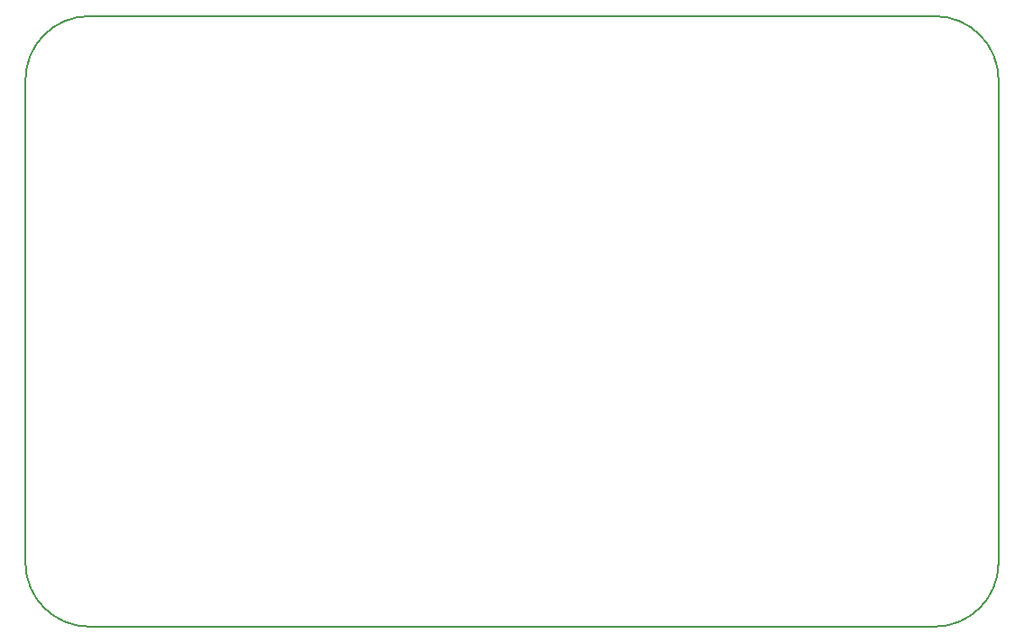
<source format=gbr>
%TF.GenerationSoftware,Altium Limited,Altium Designer,21.0.9 (235)*%
G04 Layer_Color=16711935*
%FSLAX45Y45*%
%MOMM*%
%TF.SameCoordinates,71B597FC-B595-447E-897B-07A554CEBC7C*%
%TF.FilePolarity,Positive*%
%TF.FileFunction,Other,Mechanical_1*%
%TF.Part,Single*%
G01*
G75*
%TA.AperFunction,NonConductor*%
%ADD46C,0.20000*%
D46*
X1430000Y6070000D02*
G03*
X830000Y5470000I0J-600000D01*
G01*
X9970000D02*
G03*
X9370000Y6070000I-600000J0D01*
G01*
Y330000D02*
G03*
X9970000Y930000I0J600000D01*
G01*
X830000D02*
G03*
X1430000Y330000I600000J-0D01*
G01*
Y330000D02*
X9370000D01*
X9970000Y930000D02*
Y5470000D01*
X1430000Y6070000D02*
X9370000D01*
X830000Y930000D02*
Y5470000D01*
%TF.MD5,977ee65fac0e93399bb31bc298e0ed7d*%
M02*

</source>
